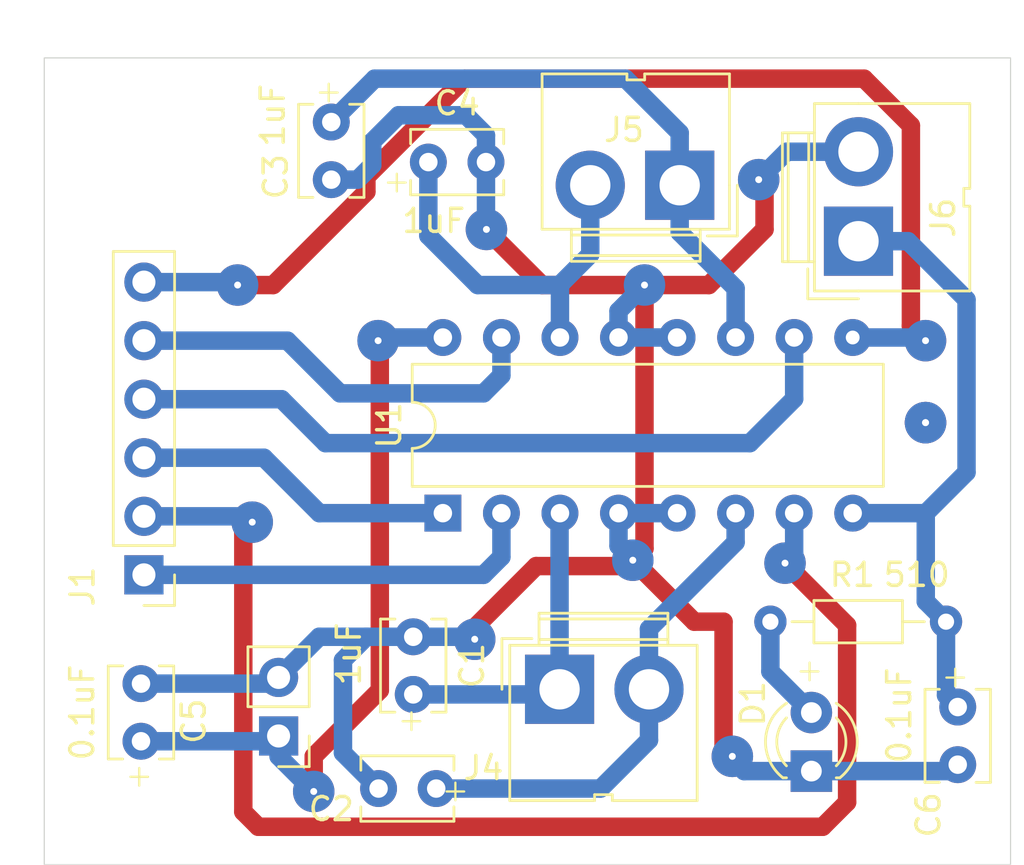
<source format=kicad_pcb>
(kicad_pcb (version 20221018) (generator pcbnew)
  (layers (0 "F.Cu" signal) (31 "B.Cu" signal) (34 "B.Paste" user) (35 "F.Paste" user) (36 "B.SilkS" user "B.Silkscreen") (37 "F.SilkS" user "F.Silkscreen") (38 "B.Mask" user) (39 "F.Mask" user) (44 "Edge.Cuts" user))
  (net 0 "")
  (net 1 "GND")
  (net 2 "/output_1")
  (net 3 "/outputr_1")
  (net 4 "/output_2")
  (net 5 "/outputr_2")
  (net 6 "/5V")
  (net 7 "/9V")
  (net 8 "Net-(D1-A)")
  (net 9 "/input_1A")
  (net 10 "/inputr_2A")
  (net 11 "/EN_1,2")
  (net 12 "/input_3A")
  (net 13 "/inputr_4A")
  (net 14 "/EN_3,4")
  (footprint "LED_THT:LED_D3.0mm" (layer "F.Cu") (at 122.301 88.27 90)
    (fp_text reference "D1" (at 2.926 -2.54 90) (layer "F.SilkS"))
    (fp_text value "LED")
    (fp_line (start -0.29 -1.236) (end -0.29 -1.08) (stroke (width 0.12)) (layer "F.SilkS"))
    (fp_line (start -0.29 1.08) (end -0.29 1.236) (stroke (width 0.12)) (layer "F.SilkS"))
    (fp_arc (start -0.29 -1.235516) (mid 1.366487 -1.987659) (end 2.942335 -1.078608) (stroke (width 0.12)) (layer "F.SilkS"))
    (fp_arc (start 0.229039 -1.08) (mid 1.270117 -1.5) (end 2.31113 -1.079837) (stroke (width 0.12)) (layer "F.SilkS"))
    (fp_arc (start 2.31113 1.079837) (mid 1.270117 1.5) (end 0.229039 1.08) (stroke (width 0.12)) (layer "F.SilkS"))
    (fp_arc (start 2.942335 1.078608) (mid 1.366487 1.987659) (end -0.29 1.235516) (stroke (width 0.12)) (layer "F.SilkS"))
    (pad "1" thru_hole rect (at 0 0 90) (size 1.8 1.8) (drill 0.9) (layers "*.Cu" "*.Mask") (net 1 "GND"))
    (pad "2" thru_hole circle (at 2.54 0 90) (size 1.8 1.8) (drill 0.9) (layers "*.Cu" "*.Mask") (net 8 "Net-(D1-A)"))
  )
  (footprint "Package_DIP:DIP-16_W7.62mm" (layer "F.Cu") (at 106.314 77.079 90)
    (fp_text reference "U1" (at 3.81 -2.33 90) (layer "F.SilkS"))
    (fp_text value "L293D")
    (fp_line (start 1.16 -1.33) (end 1.16 19.11) (stroke (width 0.12)) (layer "F.SilkS"))
    (fp_line (start 1.16 19.11) (end 6.46 19.11) (stroke (width 0.12)) (layer "F.SilkS"))
    (fp_line (start 2.81 -1.33) (end 1.16 -1.33) (stroke (width 0.12)) (layer "F.SilkS"))
    (fp_line (start 6.46 -1.33) (end 4.81 -1.33) (stroke (width 0.12)) (layer "F.SilkS"))
    (fp_line (start 6.46 19.11) (end 6.46 -1.33) (stroke (width 0.12)) (layer "F.SilkS"))
    (fp_arc (start 4.81 -1.33) (mid 3.81 -0.33) (end 2.81 -1.33) (stroke (width 0.12)) (layer "F.SilkS"))
    (pad "1" thru_hole rect (at 0 0 90) (size 1.6 1.6) (drill 0.8) (layers "*.Cu" "*.Mask") (net 11 "/EN_1,2"))
    (pad "2" thru_hole oval (at 0 2.54 90) (size 1.6 1.6) (drill 0.8) (layers "*.Cu" "*.Mask") (net 9 "/input_1A"))
    (pad "3" thru_hole oval (at 0 5.08 90) (size 1.6 1.6) (drill 0.8) (layers "*.Cu" "*.Mask") (net 2 "/output_1"))
    (pad "4" thru_hole oval (at 0 7.62 90) (size 1.6 1.6) (drill 0.8) (layers "*.Cu" "*.Mask") (net 1 "GND"))
    (pad "5" thru_hole oval (at 0 10.16 90) (size 1.6 1.6) (drill 0.8) (layers "*.Cu" "*.Mask") (net 1 "GND"))
    (pad "6" thru_hole oval (at 0 12.7 90) (size 1.6 1.6) (drill 0.8) (layers "*.Cu" "*.Mask") (net 3 "/outputr_1"))
    (pad "7" thru_hole oval (at 0 15.24 90) (size 1.6 1.6) (drill 0.8) (layers "*.Cu" "*.Mask") (net 10 "/inputr_2A"))
    (pad "8" thru_hole oval (at 0 17.78 90) (size 1.6 1.6) (drill 0.8) (layers "*.Cu" "*.Mask") (net 7 "/9V"))
    (pad "9" thru_hole oval (at 7.62 17.78 90) (size 1.6 1.6) (drill 0.6) (layers "*.Cu" "*.Mask") (net 14 "/EN_3,4"))
    (pad "10" thru_hole oval (at 7.62 15.24 90) (size 1.6 1.6) (drill 0.8) (layers "*.Cu" "*.Mask") (net 12 "/input_3A"))
    (pad "11" thru_hole oval (at 7.62 12.7 90) (size 1.6 1.6) (drill 0.8) (layers "*.Cu" "*.Mask") (net 4 "/output_2"))
    (pad "12" thru_hole oval (at 7.62 10.16 90) (size 1.6 1.6) (drill 0.8) (layers "*.Cu" "*.Mask") (net 1 "GND"))
    (pad "13" thru_hole oval (at 7.62 7.62 90) (size 1.6 1.6) (drill 0.8) (layers "*.Cu" "*.Mask") (net 1 "GND"))
    (pad "14" thru_hole oval (at 7.62 5.08 90) (size 1.6 1.6) (drill 0.8) (layers "*.Cu" "*.Mask") (net 5 "/outputr_2"))
    (pad "15" thru_hole oval (at 7.62 2.54 90) (size 1.6 1.6) (drill 0.8) (layers "*.Cu" "*.Mask") (net 13 "/inputr_4A"))
    (pad "16" thru_hole oval (at 7.62 0 90) (size 1.6 1.6) (drill 0.8) (layers "*.Cu" "*.Mask") (net 6 "/5V"))
  )
  (footprint "Capacitor_THT:C_Disc_D3.8mm_W2.6mm_P2.50mm" (layer "F.Cu") (at 101.473 62.611 90)
    (fp_text reference "C3" (at 0.127 -2.413 90) (layer "F.SilkS"))
    (fp_text value "1uF" (at 2.794 -2.54 90) (layer "F.SilkS"))
    (fp_line (start -0.77 -1.42) (end -0.77 -0.795) (stroke (width 0.12)) (layer "F.SilkS"))
    (fp_line (start -0.77 -1.42) (end 3.27 -1.42) (stroke (width 0.12)) (layer "F.SilkS"))
    (fp_line (start -0.77 0.795) (end -0.77 1.42) (stroke (width 0.12)) (layer "F.SilkS"))
    (fp_line (start -0.77 1.42) (end 3.27 1.42) (stroke (width 0.12)) (layer "F.SilkS"))
    (fp_line (start 3.27 -1.42) (end 3.27 -0.795) (stroke (width 0.12)) (layer "F.SilkS"))
    (fp_line (start 3.27 0.795) (end 3.27 1.42) (stroke (width 0.12)) (layer "F.SilkS"))
    (pad "1" thru_hole circle (at 0 0 90) (size 1.6 1.6) (drill 0.8) (layers "*.Cu" "*.Mask") (net 1 "GND"))
    (pad "2" thru_hole circle (at 2.5 0 90) (size 1.6 1.6) (drill 0.8) (layers "*.Cu" "*.Mask") (net 4 "/output_2"))
  )
  (footprint "Connector_PinHeader_2.54mm:PinHeader_1x06_P2.54mm_Vertical" (layer "F.Cu") (at 93.345 79.756 180)
    (fp_text reference "J1" (at 2.667 -0.508 90) (layer "F.SilkS"))
    (fp_text value "Conn_01x06_Pin")
    (fp_line (start -1.33 -1.33) (end 0 -1.33) (stroke (width 0.12)) (layer "F.SilkS"))
    (fp_line (start -1.33 0) (end -1.33 -1.33) (stroke (width 0.12)) (layer "F.SilkS"))
    (fp_line (start -1.33 1.27) (end -1.33 14.03) (stroke (width 0.12)) (layer "F.SilkS"))
    (fp_line (start -1.33 1.27) (end 1.33 1.27) (stroke (width 0.12)) (layer "F.SilkS"))
    (fp_line (start -1.33 14.03) (end 1.33 14.03) (stroke (width 0.12)) (layer "F.SilkS"))
    (fp_line (start 1.33 1.27) (end 1.33 14.03) (stroke (width 0.12)) (layer "F.SilkS"))
    (pad "1" thru_hole rect (at 0 0 180) (size 1.7 1.7) (drill 1) (layers "*.Cu" "*.Mask") (net 9 "/input_1A"))
    (pad "2" thru_hole oval (at 0 2.54 180) (size 1.7 1.7) (drill 1) (layers "*.Cu" "*.Mask") (net 10 "/inputr_2A"))
    (pad "3" thru_hole oval (at 0 5.08 180) (size 1.7 1.7) (drill 1) (layers "*.Cu" "*.Mask") (net 11 "/EN_1,2"))
    (pad "4" thru_hole oval (at 0 7.62 180) (size 1.7 1.7) (drill 1) (layers "*.Cu" "*.Mask") (net 12 "/input_3A"))
    (pad "5" thru_hole oval (at 0 10.16 180) (size 1.7 1.7) (drill 1) (layers "*.Cu" "*.Mask") (net 13 "/inputr_4A"))
    (pad "6" thru_hole oval (at 0 12.7 180) (size 1.7 1.7) (drill 1) (layers "*.Cu" "*.Mask") (net 14 "/EN_3,4"))
  )
  (footprint "Connector_PinHeader_2.54mm:PinHeader_1x02_P2.54mm_Vertical" (layer "F.Cu") (at 99.187 86.746 180)
    (fp_text reference "J3" hide)
    (fp_text value "Conn_01x02_Pin")
    (fp_line (start -1.33 -1.33) (end 0 -1.33) (stroke (width 0.12)) (layer "F.SilkS"))
    (fp_line (start -1.33 0) (end -1.33 -1.33) (stroke (width 0.12)) (layer "F.SilkS"))
    (fp_line (start -1.33 1.27) (end -1.33 3.87) (stroke (width 0.12)) (layer "F.SilkS"))
    (fp_line (start -1.33 1.27) (end 1.33 1.27) (stroke (width 0.12)) (layer "F.SilkS"))
    (fp_line (start -1.33 3.87) (end 1.33 3.87) (stroke (width 0.12)) (layer "F.SilkS"))
    (fp_line (start 1.33 1.27) (end 1.33 3.87) (stroke (width 0.12)) (layer "F.SilkS"))
    (pad "1" thru_hole rect (at 0 0 180) (size 1.7 1.7) (drill 1) (layers "*.Cu" "*.Mask") (net 6 "/5V"))
    (pad "2" thru_hole oval (at 0 2.54 180) (size 1.7 1.7) (drill 1) (layers "*.Cu" "*.Mask") (net 1 "GND"))
  )
  (footprint "Capacitor_THT:C_Disc_D3.8mm_W2.6mm_P2.50mm" (layer "F.Cu") (at 128.651 85.491 -90)
    (fp_text reference "C6" (at 4.679 1.27 90) (layer "F.SilkS"))
    (fp_text value "0.1uF" (at 0.361 2.54 90) (layer "F.SilkS"))
    (fp_line (start -0.77 -1.42) (end -0.77 -0.795) (stroke (width 0.12)) (layer "F.SilkS"))
    (fp_line (start -0.77 -1.42) (end 3.27 -1.42) (stroke (width 0.12)) (layer "F.SilkS"))
    (fp_line (start -0.77 0.795) (end -0.77 1.42) (stroke (width 0.12)) (layer "F.SilkS"))
    (fp_line (start -0.77 1.42) (end 3.27 1.42) (stroke (width 0.12)) (layer "F.SilkS"))
    (fp_line (start 3.27 -1.42) (end 3.27 -0.795) (stroke (width 0.12)) (layer "F.SilkS"))
    (fp_line (start 3.27 0.795) (end 3.27 1.42) (stroke (width 0.12)) (layer "F.SilkS"))
    (pad "1" thru_hole circle (at 0 0 270) (size 1.6 1.6) (drill 0.8) (layers "*.Cu" "*.Mask") (net 7 "/9V"))
    (pad "2" thru_hole circle (at 2.5 0 270) (size 1.6 1.6) (drill 0.8) (layers "*.Cu" "*.Mask") (net 1 "GND"))
  )
  (footprint "Capacitor_THT:C_Disc_D3.8mm_W2.6mm_P2.50mm" (layer "F.Cu") (at 106.025 89.027 180)
    (fp_text reference "C2" (at 4.552 -0.889) (layer "F.SilkS"))
    (fp_text value "1uF")
    (fp_line (start -0.77 -1.42) (end -0.77 -0.795) (stroke (width 0.12)) (layer "F.SilkS"))
    (fp_line (start -0.77 -1.42) (end 3.27 -1.42) (stroke (width 0.12)) (layer "F.SilkS"))
    (fp_line (start -0.77 0.795) (end -0.77 1.42) (stroke (width 0.12)) (layer "F.SilkS"))
    (fp_line (start -0.77 1.42) (end 3.27 1.42) (stroke (width 0.12)) (layer "F.SilkS"))
    (fp_line (start 3.27 -1.42) (end 3.27 -0.795) (stroke (width 0.12)) (layer "F.SilkS"))
    (fp_line (start 3.27 0.795) (end 3.27 1.42) (stroke (width 0.12)) (layer "F.SilkS"))
    (pad "1" thru_hole circle (at 0 0 180) (size 1.6 1.6) (drill 0.8) (layers "*.Cu" "*.Mask") (net 3 "/outputr_1"))
    (pad "2" thru_hole circle (at 2.5 0 180) (size 1.6 1.6) (drill 0.8) (layers "*.Cu" "*.Mask") (net 1 "GND"))
  )
  (footprint "Connector:JWT_A3963_1x02_P3.96mm_Vertical" (layer "F.Cu") (at 124.345 65.2805 90)
    (fp_text reference "J6" (at 1.0185 3.671 90) (layer "F.SilkS"))
    (fp_text value "Screw_Terminal_01x02")
    (fp_line (start -2.5 -2.2) (end -2.5 0) (stroke (width 0.12)) (layer "F.SilkS"))
    (fp_line (start -2.16 -1.91) (end -2.16 0) (stroke (width 0.12)) (layer "F.SilkS"))
    (fp_line (start -2.16 -1.91) (end 5.97 -1.91) (stroke (width 0.12)) (layer "F.SilkS"))
    (fp_line (start -2.16 0) (end -2.16 4.83) (stroke (width 0.12)) (layer "F.SilkS"))
    (fp_line (start -1.2 -2.2) (end -2.5 -2.2) (stroke (width 0.12)) (layer "F.SilkS"))
    (fp_line (start -0.89 -3.3) (end 4.7 -3.3) (stroke (width 0.12)) (layer "F.SilkS"))
    (fp_line (start -0.89 -3.05) (end 4.7 -3.05) (stroke (width 0.12)) (layer "F.SilkS"))
    (fp_line (start -0.89 -2.16) (end 4.7 -2.16) (stroke (width 0.12)) (layer "F.SilkS"))
    (fp_line (start -0.89 -1.91) (end -0.89 -3.3) (stroke (width 0.12)) (layer "F.SilkS"))
    (fp_line (start 1.52 4.57) (end 2.29 4.57) (stroke (width 0.12)) (layer "F.SilkS"))
    (fp_line (start 1.52 4.83) (end -2.16 4.83) (stroke (width 0.12)) (layer "F.SilkS"))
    (fp_line (start 1.52 4.83) (end 1.52 4.57) (stroke (width 0.12)) (layer "F.SilkS"))
    (fp_line (start 2.29 4.57) (end 2.29 4.83) (stroke (width 0.12)) (layer "F.SilkS"))
    (fp_line (start 2.29 4.83) (end 5.97 4.83) (stroke (width 0.12)) (layer "F.SilkS"))
    (fp_line (start 4.7 -1.91) (end 4.7 -3.3) (stroke (width 0.12)) (layer "F.SilkS"))
    (fp_line (start 5.97 -1.91) (end 5.97 0) (stroke (width 0.12)) (layer "F.SilkS"))
    (fp_line (start 5.97 4.83) (end 5.97 0) (stroke (width 0.12)) (layer "F.SilkS"))
    (pad "1" thru_hole rect (at 0 0 90) (size 3 3) (drill 1.75) (layers "*.Cu" "*.Mask") (net 7 "/9V"))
    (pad "2" thru_hole circle (at 3.88 0 90) (size 3 3) (drill 1.75) (layers "*.Cu" "*.Mask") (net 1 "GND"))
  )
  (footprint "Resistor_THT:R_Axial_DIN0204_L3.6mm_D1.6mm_P7.62mm_Horizontal" (layer "F.Cu") (at 120.523 81.788)
    (fp_text reference "R1" (at 3.556 -2.032) (layer "F.SilkS"))
    (fp_text value "510" (at 6.35 -2.032) (layer "F.SilkS"))
    (fp_line (start 0.94 0) (end 1.89 0) (stroke (width 0.12)) (layer "F.SilkS"))
    (fp_line (start 1.89 -0.92) (end 1.89 0.92) (stroke (width 0.12)) (layer "F.SilkS"))
    (fp_line (start 1.89 0.92) (end 5.73 0.92) (stroke (width 0.12)) (layer "F.SilkS"))
    (fp_line (start 5.73 -0.92) (end 1.89 -0.92) (stroke (width 0.12)) (layer "F.SilkS"))
    (fp_line (start 5.73 0.92) (end 5.73 -0.92) (stroke (width 0.12)) (layer "F.SilkS"))
    (fp_line (start 6.68 0) (end 5.73 0) (stroke (width 0.12)) (layer "F.SilkS"))
    (pad "1" thru_hole circle (at 0 0) (size 1.4 1.4) (drill 0.7) (layers "*.Cu" "*.Mask") (net 8 "Net-(D1-A)"))
    (pad "2" thru_hole oval (at 7.62 0) (size 1.4 1.4) (drill 0.7) (layers "*.Cu" "*.Mask") (net 7 "/9V"))
  )
  (footprint "Capacitor_THT:C_Disc_D3.8mm_W2.6mm_P2.50mm" (layer "F.Cu") (at 93.218 84.475 -90)
    (fp_text reference "C5" (at 1.631 -2.286 90) (layer "F.SilkS"))
    (fp_text value "0.1uF" (at 1.25 2.55 90) (layer "F.SilkS"))
    (fp_line (start -0.77 -1.42) (end -0.77 -0.795) (stroke (width 0.12)) (layer "F.SilkS"))
    (fp_line (start -0.77 -1.42) (end 3.27 -1.42) (stroke (width 0.12)) (layer "F.SilkS"))
    (fp_line (start -0.77 0.795) (end -0.77 1.42) (stroke (width 0.12)) (layer "F.SilkS"))
    (fp_line (start -0.77 1.42) (end 3.27 1.42) (stroke (width 0.12)) (layer "F.SilkS"))
    (fp_line (start 3.27 -1.42) (end 3.27 -0.795) (stroke (width 0.12)) (layer "F.SilkS"))
    (fp_line (start 3.27 0.795) (end 3.27 1.42) (stroke (width 0.12)) (layer "F.SilkS"))
    (pad "1" thru_hole circle (at 0 0 270) (size 1.6 1.6) (drill 0.8) (layers "*.Cu" "*.Mask") (net 1 "GND"))
    (pad "2" thru_hole circle (at 2.5 0 270) (size 1.6 1.6) (drill 0.8) (layers "*.Cu" "*.Mask") (net 6 "/5V"))
  )
  (footprint "Connector:JWT_A3963_1x02_P3.96mm_Vertical" (layer "F.Cu") (at 111.3765 84.721)
    (fp_text reference "J4" (at -3.2995 3.417) (layer "F.SilkS"))
    (fp_text value "Screw_Terminal_01x02")
    (fp_line (start -2.5 -2.2) (end -2.5 0) (stroke (width 0.12)) (layer "F.SilkS"))
    (fp_line (start -2.16 -1.91) (end -2.16 0) (stroke (width 0.12)) (layer "F.SilkS"))
    (fp_line (start -2.16 -1.91) (end 5.97 -1.91) (stroke (width 0.12)) (layer "F.SilkS"))
    (fp_line (start -2.16 0) (end -2.16 4.83) (stroke (width 0.12)) (layer "F.SilkS"))
    (fp_line (start -1.2 -2.2) (end -2.5 -2.2) (stroke (width 0.12)) (layer "F.SilkS"))
    (fp_line (start -0.89 -3.3) (end 4.7 -3.3) (stroke (width 0.12)) (layer "F.SilkS"))
    (fp_line (start -0.89 -3.05) (end 4.7 -3.05) (stroke (width 0.12)) (layer "F.SilkS"))
    (fp_line (start -0.89 -2.16) (end 4.7 -2.16) (stroke (width 0.12)) (layer "F.SilkS"))
    (fp_line (start -0.89 -1.91) (end -0.89 -3.3) (stroke (width 0.12)) (layer "F.SilkS"))
    (fp_line (start 1.52 4.57) (end 2.29 4.57) (stroke (width 0.12)) (layer "F.SilkS"))
    (fp_line (start 1.52 4.83) (end -2.16 4.83) (stroke (width 0.12)) (layer "F.SilkS"))
    (fp_line (start 1.52 4.83) (end 1.52 4.57) (stroke (width 0.12)) (layer "F.SilkS"))
    (fp_line (start 2.29 4.57) (end 2.29 4.83) (stroke (width 0.12)) (layer "F.SilkS"))
    (fp_line (start 2.29 4.83) (end 5.97 4.83) (stroke (width 0.12)) (layer "F.SilkS"))
    (fp_line (start 4.7 -1.91) (end 4.7 -3.3) (stroke (width 0.12)) (layer "F.SilkS"))
    (fp_line (start 5.97 -1.91) (end 5.97 0) (stroke (width 0.12)) (layer "F.SilkS"))
    (fp_line (start 5.97 4.83) (end 5.97 0) (stroke (width 0.12)) (layer "F.SilkS"))
    (pad "1" thru_hole rect (at 0 0) (size 3 3) (drill 1.75) (layers "*.Cu" "*.Mask") (net 2 "/output_1"))
    (pad "2" thru_hole circle (at 3.88 0) (size 3 3) (drill 1.75) (layers "*.Cu" "*.Mask") (net 3 "/outputr_1"))
  )
  (footprint "Capacitor_THT:C_Disc_D3.8mm_W2.6mm_P2.50mm" (layer "F.Cu") (at 105.029 82.443 -90)
    (fp_text reference "C1" (at 1.25 -2.55 90) (layer "F.SilkS"))
    (fp_text value "1uF" (at 0.742 2.794 90) (layer "F.SilkS"))
    (fp_line (start -0.77 -1.42) (end -0.77 -0.795) (stroke (width 0.12)) (layer "F.SilkS"))
    (fp_line (start -0.77 -1.42) (end 3.27 -1.42) (stroke (width 0.12)) (layer "F.SilkS"))
    (fp_line (start -0.77 0.795) (end -0.77 1.42) (stroke (width 0.12)) (layer "F.SilkS"))
    (fp_line (start -0.77 1.42) (end 3.27 1.42) (stroke (width 0.12)) (layer "F.SilkS"))
    (fp_line (start 3.27 -1.42) (end 3.27 -0.795) (stroke (width 0.12)) (layer "F.SilkS"))
    (fp_line (start 3.27 0.795) (end 3.27 1.42) (stroke (width 0.12)) (layer "F.SilkS"))
    (pad "1" thru_hole circle (at 0 0 270) (size 1.6 1.6) (drill 0.8) (layers "*.Cu" "*.Mask") (net 1 "GND"))
    (pad "2" thru_hole circle (at 2.5 0 270) (size 1.6 1.6) (drill 0.8) (layers "*.Cu" "*.Mask") (net 2 "/output_1"))
  )
  (footprint "Connector:JWT_A3963_1x02_P3.96mm_Vertical" (layer "F.Cu") (at 116.5885 62.853 180)
    (fp_text reference "J5" (at 2.4155 2.401) (layer "F.SilkS"))
    (fp_text value "Screw_Terminal_01x02")
    (fp_line (start -2.5 -2.2) (end -2.5 0) (stroke (width 0.12)) (layer "F.SilkS"))
    (fp_line (start -2.16 -1.91) (end -2.16 0) (stroke (width 0.12)) (layer "F.SilkS"))
    (fp_line (start -2.16 -1.91) (end 5.97 -1.91) (stroke (width 0.12)) (layer "F.SilkS"))
    (fp_line (start -2.16 0) (end -2.16 4.83) (stroke (width 0.12)) (layer "F.SilkS"))
    (fp_line (start -1.2 -2.2) (end -2.5 -2.2) (stroke (width 0.12)) (layer "F.SilkS"))
    (fp_line (start -0.89 -3.3) (end 4.7 -3.3) (stroke (width 0.12)) (layer "F.SilkS"))
    (fp_line (start -0.89 -3.05) (end 4.7 -3.05) (stroke (width 0.12)) (layer "F.SilkS"))
    (fp_line (start -0.89 -2.16) (end 4.7 -2.16) (stroke (width 0.12)) (layer "F.SilkS"))
    (fp_line (start -0.89 -1.91) (end -0.89 -3.3) (stroke (width 0.12)) (layer "F.SilkS"))
    (fp_line (start 1.52 4.57) (end 2.29 4.57) (stroke (width 0.12)) (layer "F.SilkS"))
    (fp_line (start 1.52 4.83) (end -2.16 4.83) (stroke (width 0.12)) (layer "F.SilkS"))
    (fp_line (start 1.52 4.83) (end 1.52 4.57) (stroke (width 0.12)) (layer "F.SilkS"))
    (fp_line (start 2.29 4.57) (end 2.29 4.83) (stroke (width 0.12)) (layer "F.SilkS"))
    (fp_line (start 2.29 4.83) (end 5.97 4.83) (stroke (width 0.12)) (layer "F.SilkS"))
    (fp_line (start 4.7 -1.91) (end 4.7 -3.3) (stroke (width 0.12)) (layer "F.SilkS"))
    (fp_line (start 5.97 -1.91) (end 5.97 0) (stroke (width 0.12)) (layer "F.SilkS"))
    (fp_line (start 5.97 4.83) (end 5.97 0) (stroke (width 0.12)) (layer "F.SilkS"))
    (pad "1" thru_hole rect (at 0 0 180) (size 3 3) (drill 1.75) (layers "*.Cu" "*.Mask") (net 4 "/output_2"))
    (pad "2" thru_hole circle (at 3.88 0 180) (size 3 3) (drill 1.75) (layers "*.Cu" "*.Mask") (net 5 "/outputr_2"))
  )
  (footprint "Capacitor_THT:C_Disc_D3.8mm_W2.6mm_P2.50mm" (layer "F.Cu") (at 105.684 61.849)
    (fp_text reference "C4" (at 1.25 -2.55) (layer "F.SilkS"))
    (fp_text value "1uF" (at 0.234 2.55) (layer "F.SilkS"))
    (fp_line (start -0.77 -1.42) (end -0.77 -0.795) (stroke (width 0.12)) (layer "F.SilkS"))
    (fp_line (start -0.77 -1.42) (end 3.27 -1.42) (stroke (width 0.12)) (layer "F.SilkS"))
    (fp_line (start -0.77 0.795) (end -0.77 1.42) (stroke (width 0.12)) (layer "F.SilkS"))
    (fp_line (start -0.77 1.42) (end 3.27 1.42) (stroke (width 0.12)) (layer "F.SilkS"))
    (fp_line (start 3.27 -1.42) (end 3.27 -0.795) (stroke (width 0.12)) (layer "F.SilkS"))
    (fp_line (start 3.27 0.795) (end 3.27 1.42) (stroke (width 0.12)) (layer "F.SilkS"))
    (pad "1" thru_hole circle (at 0 0) (size 1.6 1.6) (drill 0.8) (layers "*.Cu" "*.Mask") (net 5 "/outputr_2"))
    (pad "2" thru_hole circle (at 2.5 0) (size 1.6 1.6) (drill 0.8) (layers "*.Cu" "*.Mask") (net 1 "GND"))
  )
  (gr_rect (start 89.022 57.329) (end 130.942 92.329) (stroke (width 0.05)) (fill none) (layer "Edge.Cuts"))
  (gr_text "+" (at 106.172 89.662) (layer "F.SilkS") (effects (font (size 1 1) (thickness 0.1)) (justify left bottom)))
  (gr_text "+" (at 92.456 89.027) (layer "F.SilkS") (effects (font (size 1 1) (thickness 0.1)) (justify left bottom)))
  (gr_text "+" (at 127.856 84.721) (layer "F.SilkS") (effects (font (size 1 1) (thickness 0.1)) (justify left bottom)))
  (gr_text "+" (at 104.267 86.614) (layer "F.SilkS") (effects (font (size 1 1) (thickness 0.1)) (justify left bottom)))
  (gr_text "+" (at 100.678 59.341) (layer "F.SilkS") (effects (font (size 1 1) (thickness 0.1)) (justify left bottom)))
  (gr_text "+" (at 103.632 63.246) (layer "F.SilkS") (effects (font (size 1 1) (thickness 0.1)) (justify left bottom)))
  (gr_text "+" (at 121.539 84.455) (layer "F.SilkS") (effects (font (size 1 1) (thickness 0.1)) (justify left bottom)))
  (via (at 127.254 73.152) (size 1.8) (drill 0.3) (layers "F.Cu" "B.Cu") (net 0))
  (via (at 127.254 73.152) (size 1.8) (drill 0.3) (layers "F.Cu" "B.Cu") (net 0))
  (segment (start 110.617 67.183) (end 108.204 64.77) (width 0.8) (layer "F.Cu") (net 1))
  (segment (start 118.491 81.788) (end 117.221 81.788) (width 0.8) (layer "F.Cu") (net 1))
  (segment (start 120.269 62.865) (end 120.015 62.611) (width 0.8) (layer "F.Cu") (net 1))
  (segment (start 115.062 78.613) (end 115.062 67.183) (width 0.8) (layer "F.Cu") (net 1))
  (segment (start 107.696 82.042) (end 107.696 82.55) (width 0.8) (layer "F.Cu") (net 1))
  (segment (start 110.363 79.375) (end 107.696 82.042) (width 0.8) (layer "F.Cu") (net 1))
  (segment (start 118.872 87.63) (end 118.491 87.249) (width 0.8) (layer "F.Cu") (net 1))
  (segment (start 115.062 67.183) (end 110.617 67.183) (width 0.8) (layer "F.Cu") (net 1))
  (segment (start 114.554 79.121) (end 115.062 78.613) (width 0.8) (layer "F.Cu") (net 1))
  (segment (start 114.3 79.375) (end 110.363 79.375) (width 0.8) (layer "F.Cu") (net 1))
  (segment (start 117.856 67.183) (end 120.269 64.77) (width 0.8) (layer "F.Cu") (net 1))
  (segment (start 117.221 81.788) (end 114.554 79.121) (width 0.8) (layer "F.Cu") (net 1))
  (segment (start 115.062 67.183) (end 117.856 67.183) (width 0.8) (layer "F.Cu") (net 1))
  (segment (start 120.269 64.77) (end 120.269 62.865) (width 0.8) (layer "F.Cu") (net 1))
  (segment (start 114.554 79.121) (end 114.3 79.375) (width 0.8) (layer "F.Cu") (net 1))
  (segment (start 118.491 87.249) (end 118.491 81.788) (width 0.8) (layer "F.Cu") (net 1))
  (via (at 107.696 82.55) (size 1.8) (drill 0.3) (layers "F.Cu" "B.Cu") (net 1))
  (via (at 114.554 79.121) (size 1.8) (drill 0.3) (layers "F.Cu" "B.Cu") (net 1))
  (via (at 120.015 62.611) (size 1.8) (drill 0.3) (layers "F.Cu" "B.Cu") (net 1))
  (via (at 108.204 64.77) (size 1.8) (drill 0.3) (layers "F.Cu" "B.Cu") (net 1))
  (via (at 115.062 67.183) (size 1.8) (drill 0.3) (layers "F.Cu" "B.Cu") (net 1))
  (via (at 118.872 87.63) (size 1.8) (drill 0.3) (layers "F.Cu" "B.Cu") (net 1))
  (segment (start 113.934 69.459) (end 113.934 68.311) (width 0.8) (layer "B.Cu") (net 1))
  (segment (start 103.251 61.976) (end 102.616 62.611) (width 0.8) (layer "B.Cu") (net 1))
  (segment (start 128.372 88.27) (end 128.651 87.991) (width 0.8) (layer "B.Cu") (net 1))
  (segment (start 124.345 61.4005) (end 121.2255 61.4005) (width 0.8) (layer "B.Cu") (net 1))
  (segment (start 102.997 82.443) (end 101.981 82.443) (width 0.8) (layer "B.Cu") (net 1))
  (segment (start 113.934 69.459) (end 116.474 69.459) (width 0.8) (layer "B.Cu") (net 1))
  (segment (start 108.184 61.849) (end 108.184 60.686) (width 0.8) (layer "B.Cu") (net 1))
  (segment (start 108.331 64.77) (end 108.204 64.643) (width 0.8) (layer "B.Cu") (net 1))
  (segment (start 113.934 78.501) (end 114.554 79.121) (width 0.8) (layer "B.Cu") (net 1))
  (segment (start 115.062 67.183) (end 114.935 67.31) (width 0.8) (layer "B.Cu") (net 1))
  (segment (start 122.301 88.27) (end 128.372 88.27) (width 0.8) (layer "B.Cu") (net 1))
  (segment (start 108.184 61.849) (end 108.184 64.623) (width 0.8) (layer "B.Cu") (net 1))
  (segment (start 103.525 89.027) (end 101.981 87.483) (width 0.8) (layer "B.Cu") (net 1))
  (segment (start 103.251 60.96) (end 103.251 61.976) (width 0.8) (layer "B.Cu") (net 1))
  (segment (start 121.2255 61.4005) (end 120.015 62.611) (width 0.8) (layer "B.Cu") (net 1))
  (segment (start 108.184 60.686) (end 107.315 59.817) (width 0.8) (layer "B.Cu") (net 1))
  (segment (start 98.918 84.475) (end 99.187 84.206) (width 0.8) (layer "B.Cu") (net 1))
  (segment (start 101.981 82.443) (end 100.95 82.443) (width 0.8) (layer "B.Cu") (net 1))
  (segment (start 108.204 64.77) (end 108.331 64.77) (width 0.8) (layer "B.Cu") (net 1))
  (segment (start 105.029 82.443) (end 102.997 82.443) (width 0.8) (layer "B.Cu") (net 1))
  (segment (start 93.218 84.475) (end 98.918 84.475) (width 0.8) (layer "B.Cu") (net 1))
  (segment (start 108.204 64.643) (end 108.204 64.77) (width 0.8) (layer "B.Cu") (net 1))
  (segment (start 101.981 87.483) (end 101.981 83.459) (width 0.8) (layer "B.Cu") (net 1))
  (segment (start 102.616 62.611) (end 101.473 62.611) (width 0.8) (layer "B.Cu") (net 1))
  (segment (start 122.301 88.27) (end 119.385 88.27) (width 0.8) (layer "B.Cu") (net 1))
  (segment (start 100.95 82.443) (end 99.187 84.206) (width 0.8) (layer "B.Cu") (net 1))
  (segment (start 113.934 77.079) (end 116.474 77.079) (width 0.8) (layer "B.Cu") (net 1))
  (segment (start 105.029 82.443) (end 107.589 82.443) (width 0.8) (layer "B.Cu") (net 1))
  (segment (start 107.589 82.443) (end 107.696 82.55) (width 0.8) (layer "B.Cu") (net 1))
  (segment (start 101.981 83.459) (end 102.997 82.443) (width 0.8) (layer "B.Cu") (net 1))
  (segment (start 104.394 59.817) (end 103.251 60.96) (width 0.8) (layer "B.Cu") (net 1))
  (segment (start 119.385 88.27) (end 118.999 87.884) (width 0.8) (layer "B.Cu") (net 1))
  (segment (start 108.184 64.623) (end 108.204 64.643) (width 0.8) (layer "B.Cu") (net 1))
  (segment (start 107.315 59.817) (end 104.394 59.817) (width 0.8) (layer "B.Cu") (net 1))
  (segment (start 113.934 77.079) (end 113.934 78.501) (width 0.8) (layer "B.Cu") (net 1))
  (segment (start 113.934 68.311) (end 115.062 67.183) (width 0.8) (layer "B.Cu") (net 1))
  (segment (start 111.3765 84.721) (end 111.3765 77.0965) (width 0.8) (layer "B.Cu") (net 2))
  (segment (start 105.029 84.943) (end 111.1545 84.943) (width 0.8) (layer "B.Cu") (net 2))
  (segment (start 111.3765 77.0965) (end 111.394 77.079) (width 0.8) (layer "B.Cu") (net 2))
  (segment (start 111.1545 84.943) (end 111.3765 84.721) (width 0.8) (layer "B.Cu") (net 2))
  (segment (start 115.2565 84.721) (end 115.2565 82.1015) (width 0.8) (layer "B.Cu") (net 3))
  (segment (start 115.2565 86.9275) (end 115.2565 84.721) (width 0.8) (layer "B.Cu") (net 3))
  (segment (start 106.025 89.027) (end 113.157 89.027) (width 0.8) (layer "B.Cu") (net 3))
  (segment (start 119.014 78.344) (end 119.014 77.079) (width 0.8) (layer "B.Cu") (net 3))
  (segment (start 115.2565 82.1015) (end 119.014 78.344) (width 0.8) (layer "B.Cu") (net 3))
  (segment (start 113.157 89.027) (end 115.2565 86.9275) (width 0.8) (layer "B.Cu") (net 3))
  (segment (start 116.5885 62.853) (end 116.5885 64.8995) (width 0.8) (layer "B.Cu") (net 4))
  (segment (start 116.5885 60.5815) (end 116.5885 62.853) (width 0.8) (layer "B.Cu") (net 4))
  (segment (start 114.236 58.229) (end 116.5885 60.5815) (width 0.8) (layer "B.Cu") (net 4))
  (segment (start 103.355 58.229) (end 114.236 58.229) (width 0.8) (layer "B.Cu") (net 4))
  (segment (start 116.5885 64.8995) (end 119.014 67.325) (width 0.8) (layer "B.Cu") (net 4))
  (segment (start 119.014 67.325) (end 119.014 69.459) (width 0.8) (layer "B.Cu") (net 4))
  (segment (start 101.473 60.111) (end 103.355 58.229) (width 0.8) (layer "B.Cu") (net 4))
  (segment (start 105.684 65.044) (end 107.823 67.183) (width 0.8) (layer "B.Cu") (net 5))
  (segment (start 112.7085 65.8535) (end 111.394 67.168) (width 0.8) (layer "B.Cu") (net 5))
  (segment (start 112.7085 62.853) (end 112.7085 65.8535) (width 0.8) (layer "B.Cu") (net 5))
  (segment (start 111.394 67.183) (end 111.394 69.459) (width 0.8) (layer "B.Cu") (net 5))
  (segment (start 107.823 67.183) (end 111.394 67.183) (width 0.8) (layer "B.Cu") (net 5))
  (segment (start 111.394 67.168) (end 111.394 67.183) (width 0.8) (layer "B.Cu") (net 5))
  (segment (start 105.684 61.849) (end 105.684 65.044) (width 0.8) (layer "B.Cu") (net 5))
  (segment (start 103.579 84.762) (end 100.711 87.63) (width 0.8) (layer "F.Cu") (net 6))
  (segment (start 100.711 87.63) (end 100.711 89.154) (width 0.8) (layer "F.Cu") (net 6))
  (segment (start 103.579 84.762) (end 103.579 69.67) (width 0.8) (layer "F.Cu") (net 6))
  (segment (start 103.579 69.67) (end 103.505 69.596) (width 0.8) (layer "F.Cu") (net 6))
  (via (at 103.505 69.596) (size 1.8) (drill 0.3) (layers "F.Cu" "B.Cu") (net 6))
  (via (at 100.711 89.154) (size 1.8) (drill 0.3) (layers "F.Cu" "B.Cu") (net 6))
  (segment (start 106.314 69.459) (end 103.642 69.459) (width 0.8) (layer "B.Cu") (net 6))
  (segment (start 103.642 69.459) (end 103.505 69.596) (width 0.8) (layer "B.Cu") (net 6))
  (segment (start 99.187 87.63) (end 100.711 89.154) (width 0.8) (layer "B.Cu") (net 6))
  (segment (start 93.218 86.975) (end 98.958 86.975) (width 0.8) (layer "B.Cu") (net 6))
  (segment (start 98.958 86.975) (end 99.187 86.746) (width 0.8) (layer "B.Cu") (net 6))
  (segment (start 99.187 86.746) (end 99.187 87.63) (width 0.8) (layer "B.Cu") (net 6))
  (segment (start 128.143 81.788) (end 128.143 84.983) (width 0.8) (layer "B.Cu") (net 7))
  (segment (start 127.264 77.079) (end 127.264 80.909) (width 0.8) (layer "B.Cu") (net 7))
  (segment (start 128.143 84.983) (end 128.651 85.491) (width 0.8) (layer "B.Cu") (net 7))
  (segment (start 129.032 67.818) (end 126.4945 65.2805) (width 0.8) (layer "B.Cu") (net 7))
  (segment (start 127.264 77.079) (end 129.032 75.311) (width 0.8) (layer "B.Cu") (net 7))
  (segment (start 129.032 75.311) (end 129.032 67.818) (width 0.8) (layer "B.Cu") (net 7))
  (segment (start 124.094 77.079) (end 127.264 77.079) (width 0.8) (layer "B.Cu") (net 7))
  (segment (start 127.264 80.909) (end 128.143 81.788) (width 0.8) (layer "B.Cu") (net 7))
  (segment (start 126.4945 65.2805) (end 124.345 65.2805) (width 0.8) (layer "B.Cu") (net 7))
  (segment (start 120.523 83.952) (end 122.301 85.73) (width 0.8) (layer "B.Cu") (net 8))
  (segment (start 120.523 81.788) (end 120.523 83.952) (width 0.8) (layer "B.Cu") (net 8))
  (segment (start 108.854 77.079) (end 108.854 78.979) (width 0.8) (layer "B.Cu") (net 9))
  (segment (start 108.077 79.756) (end 93.345 79.756) (width 0.8) (layer "B.Cu") (net 9))
  (segment (start 108.854 78.979) (end 108.077 79.756) (width 0.8) (layer "B.Cu") (net 9))
  (segment (start 121.158 79.248) (end 123.851 81.941) (width 0.8) (layer "F.Cu") (net 10))
  (segment (start 97.656 77.858) (end 98.044 77.47) (width 0.8) (layer "F.Cu") (net 10))
  (segment (start 123.851 81.941) (end 123.851 89.625) (width 0.8) (layer "F.Cu") (net 10))
  (segment (start 97.656 90.036) (end 97.656 77.858) (width 0.8) (layer "F.Cu") (net 10))
  (segment (start 123.851 89.625) (end 122.791 90.685) (width 0.8) (layer "F.Cu") (net 10))
  (segment (start 122.791 90.685) (end 98.305 90.685) (width 0.8) (layer "F.Cu") (net 10))
  (segment (start 98.305 90.685) (end 97.656 90.036) (width 0.8) (layer "F.Cu") (net 10))
  (via (at 121.158 79.248) (size 1.8) (drill 0.3) (layers "F.Cu" "B.Cu") (net 10))
  (via (at 98.044 77.47) (size 1.8) (drill 0.3) (layers "F.Cu" "B.Cu") (net 10))
  (segment (start 121.554 78.852) (end 121.158 79.248) (width 0.8) (layer "B.Cu") (net 10))
  (segment (start 97.79 77.216) (end 98.044 77.47) (width 0.8) (layer "B.Cu") (net 10))
  (segment (start 93.345 77.216) (end 97.79 77.216) (width 0.8) (layer "B.Cu") (net 10))
  (segment (start 121.554 77.079) (end 121.554 78.852) (width 0.8) (layer "B.Cu") (net 10))
  (segment (start 106.314 77.079) (end 100.955 77.079) (width 0.8) (layer "B.Cu") (net 11))
  (segment (start 98.552 74.676) (end 93.345 74.676) (width 0.8) (layer "B.Cu") (net 11))
  (segment (start 100.955 77.079) (end 98.552 74.676) (width 0.8) (layer "B.Cu") (net 11))
  (segment (start 99.314 72.136) (end 101.219 74.041) (width 0.8) (layer "B.Cu") (net 12))
  (segment (start 93.345 72.136) (end 99.314 72.136) (width 0.8) (layer "B.Cu") (net 12))
  (segment (start 119.634 74.041) (end 121.554 72.121) (width 0.8) (layer "B.Cu") (net 12))
  (segment (start 101.219 74.041) (end 119.634 74.041) (width 0.8) (layer "B.Cu") (net 12))
  (segment (start 121.554 72.121) (end 121.554 69.459) (width 0.8) (layer "B.Cu") (net 12))
  (segment (start 108.854 71.105) (end 108.077 71.882) (width 0.8) (layer "B.Cu") (net 13))
  (segment (start 99.568 69.596) (end 93.345 69.596) (width 0.8) (layer "B.Cu") (net 13))
  (segment (start 108.854 69.459) (end 108.854 71.105) (width 0.8) (layer "B.Cu") (net 13))
  (segment (start 108.077 71.882) (end 101.854 71.882) (width 0.8) (layer "B.Cu") (net 13))
  (segment (start 101.854 71.882) (end 99.568 69.596) (width 0.8) (layer "B.Cu") (net 13))
  (segment (start 102.997 62.48539) (end 107.25339 58.229) (width 0.8) (layer "F.Cu") (net 14))
  (segment (start 124.587 58.229) (end 126.619 60.261) (width 0.8) (layer "F.Cu") (net 14))
  (segment (start 107.25339 58.229) (end 124.587 58.229) (width 0.8) (layer "F.Cu") (net 14))
  (segment (start 97.409 67.183) (end 98.95161 67.183) (width 0.8) (layer "F.Cu") (net 14))
  (segment (start 126.619 68.961) (end 127.254 69.596) (width 0.8) (layer "F.Cu") (net 14))
  (segment (start 98.95161 67.183) (end 102.997 63.13761) (width 0.8) (layer "F.Cu") (net 14))
  (segment (start 102.997 63.13761) (end 102.997 62.48539) (width 0.8) (layer "F.Cu") (net 14))
  (segment (start 126.619 60.261) (end 126.619 68.961) (width 0.8) (layer "F.Cu") (net 14))
  (via (at 97.409 67.183) (size 1.8) (drill 0.3) (layers "F.Cu" "B.Cu") (net 14))
  (via (at 127.254 69.596) (size 1.8) (drill 0.3) (layers "F.Cu" "B.Cu") (net 14))
  (segment (start 97.155 67.056) (end 97.282 67.183) (width 0.8) (layer "B.Cu") (net 14))
  (segment (start 124.094 69.459) (end 127.117 69.459) (width 0.8) (layer "B.Cu") (net 14))
  (segment (start 93.345 67.056) (end 97.155 67.056) (width 0.8) (layer "B.Cu") (net 14))
  (segment (start 97.409 67.31) (end 97.282 67.183) (width 0.8) (layer "B.Cu") (net 14))
  (segment (start 97.409 67.183) (end 97.409 67.31) (width 0.8) (layer "B.Cu") (net 14))
  (segment (start 127.117 69.459) (end 127.254 69.596) (width 0.8) (layer "B.Cu") (net 14))
  (segment (start 97.282 67.183) (end 97.409 67.183) (width 0.8) (layer "B.Cu") (net 14))
)
</source>
